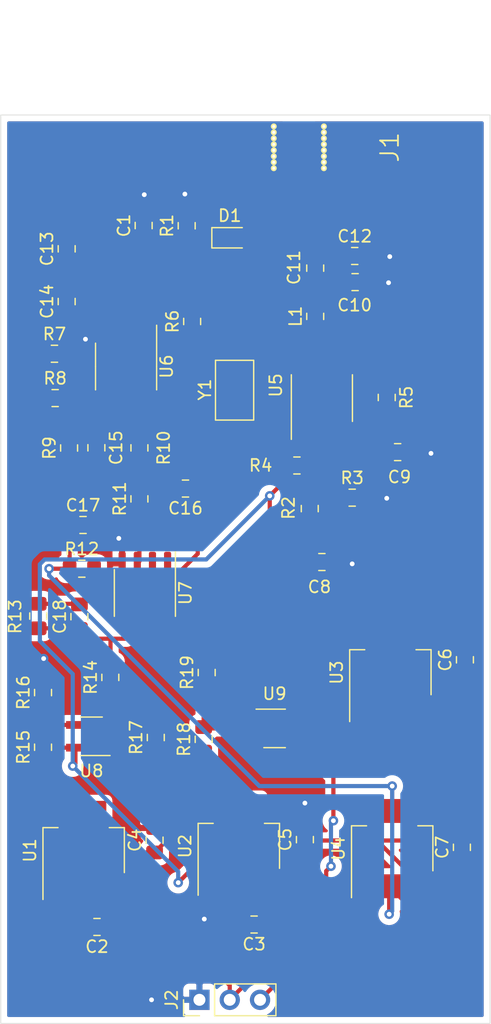
<source format=kicad_pcb>
(kicad_pcb (version 20171130) (host pcbnew "(5.1.2)-2")
  (layers (0 F.Cu signal) (31 B.Cu signal hide) (34 B.Paste user hide) (35 F.Paste user hide) (36 B.SilkS user hide) (37 F.SilkS user) (38 B.Mask user hide) (39 F.Mask user hide) (44 Edge.Cuts user))
  (net 0 "")
  (net 1 GND)
  (net 2 /Bandpass/IN)
  (net 3 /VBAT)
  (net 4 "Net-(C4-Pad1)")
  (net 5 /5V)
  (net 6 /3.3V)
  (net 7 /2.5V)
  (net 8 "Net-(C8-Pad1)")
  (net 9 "Net-(C9-Pad1)")
  (net 10 "Net-(C10-Pad1)")
  (net 11 /Oscillator/RF_OUT)
  (net 12 "Net-(C13-Pad1)")
  (net 13 "Net-(C14-Pad1)")
  (net 14 "Net-(C15-Pad1)")
  (net 15 "Net-(C15-Pad2)")
  (net 16 /ADC/IN)
  (net 17 "Net-(C16-Pad2)")
  (net 18 "Net-(C17-Pad2)")
  (net 19 /ADC/OUT)
  (net 20 "Net-(L1-Pad1)")
  (net 21 "Net-(R2-Pad1)")
  (net 22 "Net-(R5-Pad1)")
  (net 23 "Net-(R14-Pad1)")
  (net 24 "Net-(R15-Pad2)")
  (net 25 "Net-(R17-Pad1)")
  (net 26 "Net-(R18-Pad2)")
  (net 27 "Net-(C18-Pad2)")
  (module Capacitor_SMD:C_0805_2012Metric_Pad1.15x1.40mm_HandSolder (layer F.Cu) (at 83.9724 86.2494 90)
    (fp_text reference C1 (at 0 -1.65 90) (layer F.SilkS))
    (fp_text value C)
    (pad 2 smd roundrect (at 1.025 0 90) (size 1.15 1.4) (layers F.Cu F.Paste F.Mask) (roundrect_rratio 0.217391) (net 1 GND))
    (pad 1 smd roundrect (at -1.025 0 90) (size 1.15 1.4) (layers F.Cu F.Paste F.Mask) (roundrect_rratio 0.217391) (net 2 /Bandpass/IN))
  )
  (module Capacitor_SMD:C_0805_2012Metric_Pad1.15x1.40mm_HandSolder (layer F.Cu) (at 80.0608 144.9324 180)
    (fp_text reference C2 (at 0 -1.65) (layer F.SilkS))
    (fp_text value 10u)
    (pad 1 smd roundrect (at -1.025 0 180) (size 1.15 1.4) (layers F.Cu F.Paste F.Mask) (roundrect_rratio 0.217391) (net 3 /VBAT))
    (pad 2 smd roundrect (at 1.025 0 180) (size 1.15 1.4) (layers F.Cu F.Paste F.Mask) (roundrect_rratio 0.217391) (net 1 GND))
  )
  (module Capacitor_SMD:C_0805_2012Metric_Pad1.15x1.40mm_HandSolder (layer F.Cu) (at 93.227 144.7292 180)
    (fp_text reference C3 (at 0 -1.65) (layer F.SilkS))
    (fp_text value 10u)
    (pad 2 smd roundrect (at 1.025 0 180) (size 1.15 1.4) (layers F.Cu F.Paste F.Mask) (roundrect_rratio 0.217391) (net 1 GND))
    (pad 1 smd roundrect (at -1.025 0 180) (size 1.15 1.4) (layers F.Cu F.Paste F.Mask) (roundrect_rratio 0.217391) (net 3 /VBAT))
  )
  (module Capacitor_SMD:C_0805_2012Metric_Pad1.15x1.40mm_HandSolder (layer F.Cu) (at 84.8868 137.677 90)
    (fp_text reference C4 (at 0 -1.65 90) (layer F.SilkS))
    (fp_text value 22u)
    (pad 2 smd roundrect (at 1.025 0 90) (size 1.15 1.4) (layers F.Cu F.Paste F.Mask) (roundrect_rratio 0.217391) (net 1 GND))
    (pad 1 smd roundrect (at -1.025 0 90) (size 1.15 1.4) (layers F.Cu F.Paste F.Mask) (roundrect_rratio 0.217391) (net 4 "Net-(C4-Pad1)"))
  )
  (module Capacitor_SMD:C_0805_2012Metric_Pad1.15x1.40mm_HandSolder (layer F.Cu) (at 97.4852 137.6262 90)
    (fp_text reference C5 (at 0 -1.65 90) (layer F.SilkS))
    (fp_text value 22u)
    (pad 1 smd roundrect (at -1.025 0 90) (size 1.15 1.4) (layers F.Cu F.Paste F.Mask) (roundrect_rratio 0.217391) (net 5 /5V))
    (pad 2 smd roundrect (at 1.025 0 90) (size 1.15 1.4) (layers F.Cu F.Paste F.Mask) (roundrect_rratio 0.217391) (net 1 GND))
  )
  (module Capacitor_SMD:C_0805_2012Metric_Pad1.15x1.40mm_HandSolder (layer F.Cu) (at 110.8964 122.5804 90)
    (fp_text reference C6 (at 0 -1.65 90) (layer F.SilkS))
    (fp_text value 22u)
    (pad 1 smd roundrect (at -1.025 0 90) (size 1.15 1.4) (layers F.Cu F.Paste F.Mask) (roundrect_rratio 0.217391) (net 6 /3.3V))
    (pad 2 smd roundrect (at 1.025 0 90) (size 1.15 1.4) (layers F.Cu F.Paste F.Mask) (roundrect_rratio 0.217391) (net 1 GND))
  )
  (module Capacitor_SMD:C_0805_2012Metric_Pad1.15x1.40mm_HandSolder (layer F.Cu) (at 110.6424 138.2686 90)
    (fp_text reference C7 (at 0 -1.65 90) (layer F.SilkS))
    (fp_text value 1u)
    (pad 2 smd roundrect (at 1.025 0 90) (size 1.15 1.4) (layers F.Cu F.Paste F.Mask) (roundrect_rratio 0.217391) (net 1 GND))
    (pad 1 smd roundrect (at -1.025 0 90) (size 1.15 1.4) (layers F.Cu F.Paste F.Mask) (roundrect_rratio 0.217391) (net 7 /2.5V))
  )
  (module Capacitor_SMD:C_0805_2012Metric_Pad1.15x1.40mm_HandSolder (layer F.Cu) (at 98.9076 114.4016)
    (fp_text reference C8 (at -0.2032 2.0828) (layer F.SilkS))
    (fp_text value 820p)
    (pad 1 smd roundrect (at -1.025 0) (size 1.15 1.4) (layers F.Cu F.Paste F.Mask) (roundrect_rratio 0.217391) (net 8 "Net-(C8-Pad1)"))
    (pad 2 smd roundrect (at 1.025 0) (size 1.15 1.4) (layers F.Cu F.Paste F.Mask) (roundrect_rratio 0.217391) (net 1 GND))
  )
  (module Capacitor_SMD:C_0805_2012Metric_Pad1.15x1.40mm_HandSolder (layer F.Cu) (at 105.2576 105.2068)
    (fp_text reference C9 (at 0.1524 2.0828) (layer F.SilkS))
    (fp_text value 200pf)
    (pad 2 smd roundrect (at 1.025 0) (size 1.15 1.4) (layers F.Cu F.Paste F.Mask) (roundrect_rratio 0.217391) (net 1 GND))
    (pad 1 smd roundrect (at -1.025 0) (size 1.15 1.4) (layers F.Cu F.Paste F.Mask) (roundrect_rratio 0.217391) (net 9 "Net-(C9-Pad1)"))
  )
  (module Capacitor_SMD:C_0805_2012Metric_Pad1.15x1.40mm_HandSolder (layer F.Cu) (at 101.6926 90.9828)
    (fp_text reference C10 (at -0.0418 1.9304) (layer F.SilkS))
    (fp_text value C)
    (pad 1 smd roundrect (at -1.025 0) (size 1.15 1.4) (layers F.Cu F.Paste F.Mask) (roundrect_rratio 0.217391) (net 10 "Net-(C10-Pad1)"))
    (pad 2 smd roundrect (at 1.025 0) (size 1.15 1.4) (layers F.Cu F.Paste F.Mask) (roundrect_rratio 0.217391) (net 1 GND))
  )
  (module Capacitor_SMD:C_0805_2012Metric_Pad1.15x1.40mm_HandSolder (layer F.Cu) (at 98.3488 89.8144 270)
    (fp_text reference C11 (at -0.0508 1.778 90) (layer F.SilkS))
    (fp_text value C)
    (pad 2 smd roundrect (at 1.025 0 270) (size 1.15 1.4) (layers F.Cu F.Paste F.Mask) (roundrect_rratio 0.217391) (net 10 "Net-(C10-Pad1)"))
    (pad 1 smd roundrect (at -1.025 0 270) (size 1.15 1.4) (layers F.Cu F.Paste F.Mask) (roundrect_rratio 0.217391) (net 11 /Oscillator/RF_OUT))
  )
  (module Capacitor_SMD:C_0805_2012Metric_Pad1.15x1.40mm_HandSolder (layer F.Cu) (at 101.6598 88.7984)
    (fp_text reference C12 (at 0 -1.65) (layer F.SilkS))
    (fp_text value C)
    (pad 2 smd roundrect (at 1.025 0) (size 1.15 1.4) (layers F.Cu F.Paste F.Mask) (roundrect_rratio 0.217391) (net 1 GND))
    (pad 1 smd roundrect (at -1.025 0) (size 1.15 1.4) (layers F.Cu F.Paste F.Mask) (roundrect_rratio 0.217391) (net 11 /Oscillator/RF_OUT))
  )
  (module Capacitor_SMD:C_0805_2012Metric_Pad1.15x1.40mm_HandSolder (layer F.Cu) (at 77.5208 88.1978 90)
    (fp_text reference C13 (at 0 -1.65 90) (layer F.SilkS))
    (fp_text value C)
    (pad 1 smd roundrect (at -1.025 0 90) (size 1.15 1.4) (layers F.Cu F.Paste F.Mask) (roundrect_rratio 0.217391) (net 12 "Net-(C13-Pad1)"))
    (pad 2 smd roundrect (at 1.025 0 90) (size 1.15 1.4) (layers F.Cu F.Paste F.Mask) (roundrect_rratio 0.217391) (net 2 /Bandpass/IN))
  )
  (module Capacitor_SMD:C_0805_2012Metric_Pad1.15x1.40mm_HandSolder (layer F.Cu) (at 77.5208 92.6084 90)
    (fp_text reference C14 (at 0 -1.65 90) (layer F.SilkS))
    (fp_text value C)
    (pad 2 smd roundrect (at 1.025 0 90) (size 1.15 1.4) (layers F.Cu F.Paste F.Mask) (roundrect_rratio 0.217391) (net 12 "Net-(C13-Pad1)"))
    (pad 1 smd roundrect (at -1.025 0 90) (size 1.15 1.4) (layers F.Cu F.Paste F.Mask) (roundrect_rratio 0.217391) (net 13 "Net-(C14-Pad1)"))
  )
  (module Capacitor_SMD:C_0805_2012Metric_Pad1.15x1.40mm_HandSolder (layer F.Cu) (at 80.01 104.8422 270)
    (fp_text reference C15 (at 0 -1.65 90) (layer F.SilkS))
    (fp_text value C)
    (pad 1 smd roundrect (at -1.025 0 270) (size 1.15 1.4) (layers F.Cu F.Paste F.Mask) (roundrect_rratio 0.217391) (net 14 "Net-(C15-Pad1)"))
    (pad 2 smd roundrect (at 1.025 0 270) (size 1.15 1.4) (layers F.Cu F.Paste F.Mask) (roundrect_rratio 0.217391) (net 15 "Net-(C15-Pad2)"))
  )
  (module Capacitor_SMD:C_0805_2012Metric_Pad1.15x1.40mm_HandSolder (layer F.Cu) (at 87.4776 108.2548 180)
    (fp_text reference C16 (at 0 -1.65) (layer F.SilkS))
    (fp_text value C)
    (pad 1 smd roundrect (at -1.025 0 180) (size 1.15 1.4) (layers F.Cu F.Paste F.Mask) (roundrect_rratio 0.217391) (net 16 /ADC/IN))
    (pad 2 smd roundrect (at 1.025 0 180) (size 1.15 1.4) (layers F.Cu F.Paste F.Mask) (roundrect_rratio 0.217391) (net 17 "Net-(C16-Pad2)"))
  )
  (module Capacitor_SMD:C_0805_2012Metric_Pad1.15x1.40mm_HandSolder (layer F.Cu) (at 78.8924 111.3028)
    (fp_text reference C17 (at 0 -1.65) (layer F.SilkS))
    (fp_text value C)
    (pad 2 smd roundrect (at 1.025 0) (size 1.15 1.4) (layers F.Cu F.Paste F.Mask) (roundrect_rratio 0.217391) (net 18 "Net-(C17-Pad2)"))
    (pad 1 smd roundrect (at -1.025 0) (size 1.15 1.4) (layers F.Cu F.Paste F.Mask) (roundrect_rratio 0.217391) (net 7 /2.5V))
  )
  (module Capacitor_SMD:C_0805_2012Metric_Pad1.15x1.40mm_HandSolder (layer F.Cu) (at 78.5876 118.9736 90)
    (fp_text reference C18 (at 0 -1.65 90) (layer F.SilkS))
    (fp_text value C)
    (pad 1 smd roundrect (at -1.025 0 90) (size 1.15 1.4) (layers F.Cu F.Paste F.Mask) (roundrect_rratio 0.217391) (net 16 /ADC/IN))
    (pad 2 smd roundrect (at 1.025 0 90) (size 1.15 1.4) (layers F.Cu F.Paste F.Mask) (roundrect_rratio 0.217391) (net 27 "Net-(C18-Pad2)"))
  )
  (module WBS:CONSMA003.062 (layer F.Cu) (at 96.9772 79.7052 90)
    (fp_text reference J1 (at 0 7.62 90) (layer F.SilkS) (effects (font (size 1.5 1.5))))
    (fp_text value Conn_Coaxial hide)
    (pad 1 smd rect (at 0 0 90) (size 4.06 1.52) (layers F.Cu F.Mask) (net 11 /Oscillator/RF_OUT))
    (pad 2 smd rect (at 0 -2.54 90) (size 4.06 1.52) (layers F.Cu F.Mask) (net 1 GND) (thermal_gap 0.3))
    (pad 2 smd rect (at 0 2.54 90) (size 4.06 1.52) (layers F.Cu F.Mask) (net 1 GND) (thermal_gap 0.3))
    (pad 2 smd rect (at 0 -2.54 90) (size 4.06 1.52) (layers B.Cu B.Mask) (net 1 GND) (thermal_gap 0.3))
    (pad 2 smd rect (at 0 2.54 90) (size 4.06 1.52) (layers B.Cu B.Mask) (net 1 GND) (thermal_gap 0.3))
    (pad 2 thru_hole circle (at 1.75 -2.1 90) (size 0.5 0.5) (drill 0.25) (layers *.Cu *.Mask F.SilkS) (net 1 GND))
    (pad 2 thru_hole circle (at 1.25 -2.1 90) (size 0.5 0.5) (drill 0.25) (layers *.Cu *.Mask F.SilkS) (net 1 GND))
    (pad 2 thru_hole circle (at 0.75 -2.1 90) (size 0.5 0.5) (drill 0.25) (layers *.Cu *.Mask F.SilkS) (net 1 GND))
    (pad 2 thru_hole circle (at 0.25 -2.1 90) (size 0.5 0.5) (drill 0.25) (layers *.Cu *.Mask F.SilkS) (net 1 GND))
    (pad 2 thru_hole circle (at -0.25 -2.1 90) (size 0.5 0.5) (drill 0.25) (layers *.Cu *.Mask F.SilkS) (net 1 GND))
    (pad 2 thru_hole circle (at -0.75 -2.1 90) (size 0.5 0.5) (drill 0.25) (layers *.Cu *.Mask F.SilkS) (net 1 GND))
    (pad 2 thru_hole circle (at -1.25 -2.1 90) (size 0.5 0.5) (drill 0.25) (layers *.Cu *.Mask F.SilkS) (net 1 GND))
    (pad 2 thru_hole circle (at -1.75 -2.1 90) (size 0.5 0.5) (drill 0.25) (layers *.Cu *.Mask F.SilkS) (net 1 GND))
    (pad 2 thru_hole circle (at 1.75 2.1 90) (size 0.5 0.5) (drill 0.25) (layers *.Cu *.Mask F.SilkS) (net 1 GND))
    (pad 2 thru_hole circle (at 1.25 2.1 90) (size 0.5 0.5) (drill 0.25) (layers *.Cu *.Mask F.SilkS) (net 1 GND))
    (pad 2 thru_hole circle (at 0.75 2.1 90) (size 0.5 0.5) (drill 0.25) (layers *.Cu *.Mask F.SilkS) (net 1 GND))
    (pad 2 thru_hole circle (at 0.25 2.1 90) (size 0.5 0.5) (drill 0.25) (layers *.Cu *.Mask F.SilkS) (net 1 GND))
    (pad 2 thru_hole circle (at -0.25 2.1 90) (size 0.5 0.5) (drill 0.25) (layers *.Cu *.Mask F.SilkS) (net 1 GND))
    (pad 2 thru_hole circle (at -0.75 2.1 90) (size 0.5 0.5) (drill 0.25) (layers *.Cu *.Mask F.SilkS) (net 1 GND))
    (pad 2 thru_hole circle (at -1.25 2.1 90) (size 0.5 0.5) (drill 0.25) (layers *.Cu *.Mask F.SilkS) (net 1 GND))
    (pad 2 thru_hole circle (at -1.75 2.1 90) (size 0.5 0.5) (drill 0.25) (layers *.Cu *.Mask F.SilkS) (net 1 GND))
  )
  (module Inductor_SMD:L_0805_2012Metric (layer F.Cu) (at 98.3488 93.8507 90)
    (fp_text reference L1 (at 0 -1.65 90) (layer F.SilkS))
    (fp_text value L)
    (pad 1 smd roundrect (at -0.9375 0 90) (size 0.975 1.4) (layers F.Cu F.Paste F.Mask) (net 20 "Net-(L1-Pad1)"))
    (pad 2 smd roundrect (at 0.9375 0 90) (size 0.975 1.4) (layers F.Cu F.Paste F.Mask) (net 10 "Net-(C10-Pad1)"))
  )
  (module Resistor_SMD:R_0805_2012Metric_Pad1.15x1.40mm_HandSolder (layer F.Cu) (at 87.5792 86.2674 90)
    (fp_text reference R1 (at 0 -1.65 90) (layer F.SilkS))
    (fp_text value R)
    (pad 2 smd roundrect (at 1.025 0 90) (size 1.15 1.4) (layers F.Cu F.Paste F.Mask) (roundrect_rratio 0.217391) (net 1 GND))
    (pad 1 smd roundrect (at -1.025 0 90) (size 1.15 1.4) (layers F.Cu F.Paste F.Mask) (roundrect_rratio 0.217391) (net 2 /Bandpass/IN))
  )
  (module Resistor_SMD:R_0805_2012Metric_Pad1.15x1.40mm_HandSolder (layer F.Cu) (at 97.8916 109.9312 270)
    (fp_text reference R2 (at -0.0508 1.778 90) (layer F.SilkS))
    (fp_text value 22)
    (pad 1 smd roundrect (at -1.025 0 270) (size 1.15 1.4) (layers F.Cu F.Paste F.Mask) (roundrect_rratio 0.217391) (net 21 "Net-(R2-Pad1)"))
    (pad 2 smd roundrect (at 1.025 0 270) (size 1.15 1.4) (layers F.Cu F.Paste F.Mask) (roundrect_rratio 0.217391) (net 8 "Net-(C8-Pad1)"))
  )
  (module Resistor_SMD:R_0805_2012Metric_Pad1.15x1.40mm_HandSolder (layer F.Cu) (at 101.4476 109.0168)
    (fp_text reference R3 (at 0 -1.65) (layer F.SilkS))
    (fp_text value 2k)
    (pad 1 smd roundrect (at -1.025 0) (size 1.15 1.4) (layers F.Cu F.Paste F.Mask) (roundrect_rratio 0.217391) (net 21 "Net-(R2-Pad1)"))
    (pad 2 smd roundrect (at 1.025 0) (size 1.15 1.4) (layers F.Cu F.Paste F.Mask) (roundrect_rratio 0.217391) (net 1 GND))
  )
  (module Resistor_SMD:R_0805_2012Metric_Pad1.15x1.40mm_HandSolder (layer F.Cu) (at 96.8158 106.3244)
    (fp_text reference R4 (at -3.039 0) (layer F.SilkS))
    (fp_text value 2k)
    (pad 2 smd roundrect (at 1.025 0) (size 1.15 1.4) (layers F.Cu F.Paste F.Mask) (roundrect_rratio 0.217391) (net 21 "Net-(R2-Pad1)"))
    (pad 1 smd roundrect (at -1.025 0) (size 1.15 1.4) (layers F.Cu F.Paste F.Mask) (roundrect_rratio 0.217391) (net 5 /5V))
  )
  (module Resistor_SMD:R_0805_2012Metric_Pad1.15x1.40mm_HandSolder (layer F.Cu) (at 104.3432 100.6348 270)
    (fp_text reference R5 (at 0 -1.65 90) (layer F.SilkS))
    (fp_text value 2k)
    (pad 2 smd roundrect (at 1.025 0 270) (size 1.15 1.4) (layers F.Cu F.Paste F.Mask) (roundrect_rratio 0.217391) (net 9 "Net-(C9-Pad1)"))
    (pad 1 smd roundrect (at -1.025 0 270) (size 1.15 1.4) (layers F.Cu F.Paste F.Mask) (roundrect_rratio 0.217391) (net 22 "Net-(R5-Pad1)"))
  )
  (module Resistor_SMD:R_0805_2012Metric_Pad1.15x1.40mm_HandSolder (layer F.Cu) (at 88.0364 94.2758 90)
    (fp_text reference R6 (at 0 -1.65 90) (layer F.SilkS))
    (fp_text value R)
    (pad 1 smd roundrect (at -1.025 0 90) (size 1.15 1.4) (layers F.Cu F.Paste F.Mask) (roundrect_rratio 0.217391) (net 14 "Net-(C15-Pad1)"))
    (pad 2 smd roundrect (at 1.025 0 90) (size 1.15 1.4) (layers F.Cu F.Paste F.Mask) (roundrect_rratio 0.217391) (net 12 "Net-(C13-Pad1)"))
  )
  (module Resistor_SMD:R_0805_2012Metric_Pad1.15x1.40mm_HandSolder (layer F.Cu) (at 76.4958 96.9772)
    (fp_text reference R7 (at 0 -1.65) (layer F.SilkS))
    (fp_text value R)
    (pad 2 smd roundrect (at 1.025 0) (size 1.15 1.4) (layers F.Cu F.Paste F.Mask) (roundrect_rratio 0.217391) (net 13 "Net-(C14-Pad1)"))
    (pad 1 smd roundrect (at -1.025 0) (size 1.15 1.4) (layers F.Cu F.Paste F.Mask) (roundrect_rratio 0.217391) (net 7 /2.5V))
  )
  (module Resistor_SMD:R_0805_2012Metric_Pad1.15x1.40mm_HandSolder (layer F.Cu) (at 76.5556 100.6856)
    (fp_text reference R8 (at 0 -1.65) (layer F.SilkS))
    (fp_text value R)
    (pad 1 smd roundrect (at -1.025 0) (size 1.15 1.4) (layers F.Cu F.Paste F.Mask) (roundrect_rratio 0.217391) (net 7 /2.5V))
    (pad 2 smd roundrect (at 1.025 0) (size 1.15 1.4) (layers F.Cu F.Paste F.Mask) (roundrect_rratio 0.217391) (net 15 "Net-(C15-Pad2)"))
  )
  (module Resistor_SMD:R_0805_2012Metric_Pad1.15x1.40mm_HandSolder (layer F.Cu) (at 77.724 104.8602 90)
    (fp_text reference R9 (at 0 -1.65 90) (layer F.SilkS))
    (fp_text value R)
    (pad 2 smd roundrect (at 1.025 0 90) (size 1.15 1.4) (layers F.Cu F.Paste F.Mask) (roundrect_rratio 0.217391) (net 14 "Net-(C15-Pad1)"))
    (pad 1 smd roundrect (at -1.025 0 90) (size 1.15 1.4) (layers F.Cu F.Paste F.Mask) (roundrect_rratio 0.217391) (net 15 "Net-(C15-Pad2)"))
  )
  (module Resistor_SMD:R_0805_2012Metric_Pad1.15x1.40mm_HandSolder (layer F.Cu) (at 83.6168 104.8512 90)
    (fp_text reference R10 (at 0 2.032 90) (layer F.SilkS))
    (fp_text value R)
    (pad 2 smd roundrect (at 1.025 0 90) (size 1.15 1.4) (layers F.Cu F.Paste F.Mask) (roundrect_rratio 0.217391) (net 14 "Net-(C15-Pad1)"))
    (pad 1 smd roundrect (at -1.025 0 90) (size 1.15 1.4) (layers F.Cu F.Paste F.Mask) (roundrect_rratio 0.217391) (net 17 "Net-(C16-Pad2)"))
  )
  (module Resistor_SMD:R_0805_2012Metric_Pad1.15x1.40mm_HandSolder (layer F.Cu) (at 83.6168 109.1184 90)
    (fp_text reference R11 (at 0 -1.65 90) (layer F.SilkS))
    (fp_text value R)
    (pad 1 smd roundrect (at -1.025 0 90) (size 1.15 1.4) (layers F.Cu F.Paste F.Mask) (roundrect_rratio 0.217391) (net 18 "Net-(C17-Pad2)"))
    (pad 2 smd roundrect (at 1.025 0 90) (size 1.15 1.4) (layers F.Cu F.Paste F.Mask) (roundrect_rratio 0.217391) (net 17 "Net-(C16-Pad2)"))
  )
  (module Resistor_SMD:R_0805_2012Metric_Pad1.15x1.40mm_HandSolder (layer F.Cu) (at 78.7908 114.9604)
    (fp_text reference R12 (at 0 -1.65) (layer F.SilkS))
    (fp_text value R)
    (pad 2 smd roundrect (at 1.025 0) (size 1.15 1.4) (layers F.Cu F.Paste F.Mask) (roundrect_rratio 0.217391) (net 27 "Net-(C18-Pad2)"))
    (pad 1 smd roundrect (at -1.025 0) (size 1.15 1.4) (layers F.Cu F.Paste F.Mask) (roundrect_rratio 0.217391) (net 7 /2.5V))
  )
  (module Resistor_SMD:R_0805_2012Metric_Pad1.15x1.40mm_HandSolder (layer F.Cu) (at 75.1332 118.9228 270)
    (fp_text reference R13 (at 0.0508 1.9304 90) (layer F.SilkS))
    (fp_text value R)
    (pad 1 smd roundrect (at -1.025 0 270) (size 1.15 1.4) (layers F.Cu F.Paste F.Mask) (roundrect_rratio 0.217391) (net 27 "Net-(C18-Pad2)"))
    (pad 2 smd roundrect (at 1.025 0 270) (size 1.15 1.4) (layers F.Cu F.Paste F.Mask) (roundrect_rratio 0.217391) (net 16 /ADC/IN))
  )
  (module Resistor_SMD:R_0805_2012Metric_Pad1.15x1.40mm_HandSolder (layer F.Cu) (at 81.1784 124.0536 90)
    (fp_text reference R14 (at 0 -1.65 90) (layer F.SilkS))
    (fp_text value R)
    (pad 2 smd roundrect (at 1.025 0 90) (size 1.15 1.4) (layers F.Cu F.Paste F.Mask) (roundrect_rratio 0.217391) (net 16 /ADC/IN))
    (pad 1 smd roundrect (at -1.025 0 90) (size 1.15 1.4) (layers F.Cu F.Paste F.Mask) (roundrect_rratio 0.217391) (net 23 "Net-(R14-Pad1)"))
  )
  (module Resistor_SMD:R_0805_2012Metric_Pad1.15x1.40mm_HandSolder (layer F.Cu) (at 75.5396 129.8956 90)
    (fp_text reference R15 (at 0 -1.65 90) (layer F.SilkS))
    (fp_text value R)
    (pad 1 smd roundrect (at -1.025 0 90) (size 1.15 1.4) (layers F.Cu F.Paste F.Mask) (roundrect_rratio 0.217391) (net 5 /5V))
    (pad 2 smd roundrect (at 1.025 0 90) (size 1.15 1.4) (layers F.Cu F.Paste F.Mask) (roundrect_rratio 0.217391) (net 24 "Net-(R15-Pad2)"))
  )
  (module Resistor_SMD:R_0805_2012Metric_Pad1.15x1.40mm_HandSolder (layer F.Cu) (at 75.5396 125.3236 90)
    (fp_text reference R16 (at 0 -1.65 90) (layer F.SilkS))
    (fp_text value R)
    (pad 2 smd roundrect (at 1.025 0 90) (size 1.15 1.4) (layers F.Cu F.Paste F.Mask) (roundrect_rratio 0.217391) (net 1 GND))
    (pad 1 smd roundrect (at -1.025 0 90) (size 1.15 1.4) (layers F.Cu F.Paste F.Mask) (roundrect_rratio 0.217391) (net 24 "Net-(R15-Pad2)"))
  )
  (module Resistor_SMD:R_0805_2012Metric_Pad1.15x1.40mm_HandSolder (layer F.Cu) (at 84.9884 129.0828 90)
    (fp_text reference R17 (at 0 -1.65 90) (layer F.SilkS))
    (fp_text value R)
    (pad 1 smd roundrect (at -1.025 0 90) (size 1.15 1.4) (layers F.Cu F.Paste F.Mask) (roundrect_rratio 0.217391) (net 25 "Net-(R17-Pad1)"))
    (pad 2 smd roundrect (at 1.025 0 90) (size 1.15 1.4) (layers F.Cu F.Paste F.Mask) (roundrect_rratio 0.217391) (net 23 "Net-(R14-Pad1)"))
  )
  (module Resistor_SMD:R_0805_2012Metric_Pad1.15x1.40mm_HandSolder (layer F.Cu) (at 89.0016 129.2352 90)
    (fp_text reference R18 (at 0 -1.65 90) (layer F.SilkS))
    (fp_text value R)
    (pad 1 smd roundrect (at -1.025 0 90) (size 1.15 1.4) (layers F.Cu F.Paste F.Mask) (roundrect_rratio 0.217391) (net 25 "Net-(R17-Pad1)"))
    (pad 2 smd roundrect (at 1.025 0 90) (size 1.15 1.4) (layers F.Cu F.Paste F.Mask) (roundrect_rratio 0.217391) (net 26 "Net-(R18-Pad2)"))
  )
  (module Resistor_SMD:R_0805_2012Metric_Pad1.15x1.40mm_HandSolder (layer F.Cu) (at 89.2556 123.6472 90)
    (fp_text reference R19 (at 0 -1.65 90) (layer F.SilkS))
    (fp_text value R)
    (pad 1 smd roundrect (at -1.025 0 90) (size 1.15 1.4) (layers F.Cu F.Paste F.Mask) (roundrect_rratio 0.217391) (net 26 "Net-(R18-Pad2)"))
    (pad 2 smd roundrect (at 1.025 0 90) (size 1.15 1.4) (layers F.Cu F.Paste F.Mask) (roundrect_rratio 0.217391) (net 1 GND))
  )
  (module Package_TO_SOT_SMD:SOT-223 (layer F.Cu) (at 78.9432 138.5316 90)
    (fp_text reference U1 (at 0 -4.5 90) (layer F.SilkS))
    (fp_text value LT1117-5.0)
    (pad 4 smd rect (at 3.15 0 90) (size 2 3.8) (layers F.Cu F.Paste F.Mask))
    (pad 2 smd rect (at -3.15 0 90) (size 2 1.5) (layers F.Cu F.Paste F.Mask) (net 4 "Net-(C4-Pad1)"))
    (pad 3 smd rect (at -3.15 2.3 90) (size 2 1.5) (layers F.Cu F.Paste F.Mask) (net 3 /VBAT))
    (pad 1 smd rect (at -3.15 -2.3 90) (size 2 1.5) (layers F.Cu F.Paste F.Mask) (net 1 GND))
  )
  (module Package_TO_SOT_SMD:SOT-223 (layer F.Cu) (at 91.948 138.176 90)
    (fp_text reference U2 (at 0 -4.5 90) (layer F.SilkS))
    (fp_text value LT1117-5.0)
    (pad 4 smd rect (at 3.15 0 90) (size 2 3.8) (layers F.Cu F.Paste F.Mask))
    (pad 2 smd rect (at -3.15 0 90) (size 2 1.5) (layers F.Cu F.Paste F.Mask) (net 5 /5V))
    (pad 3 smd rect (at -3.15 2.3 90) (size 2 1.5) (layers F.Cu F.Paste F.Mask) (net 3 /VBAT))
    (pad 1 smd rect (at -3.15 -2.3 90) (size 2 1.5) (layers F.Cu F.Paste F.Mask) (net 1 GND))
  )
  (module Package_TO_SOT_SMD:SOT-223 (layer F.Cu) (at 104.648 123.6472 90)
    (fp_text reference U3 (at 0 -4.5 90) (layer F.SilkS))
    (fp_text value LT1117-3.3)
    (pad 1 smd rect (at -3.15 -2.3 90) (size 2 1.5) (layers F.Cu F.Paste F.Mask) (net 1 GND))
    (pad 3 smd rect (at -3.15 2.3 90) (size 2 1.5) (layers F.Cu F.Paste F.Mask) (net 4 "Net-(C4-Pad1)"))
    (pad 2 smd rect (at -3.15 0 90) (size 2 1.5) (layers F.Cu F.Paste F.Mask) (net 6 /3.3V))
    (pad 4 smd rect (at 3.15 0 90) (size 2 3.8) (layers F.Cu F.Paste F.Mask))
  )
  (module Package_TO_SOT_SMD:SOT-223-3_TabPin2 (layer F.Cu) (at 104.8004 138.3792 90)
    (fp_text reference U4 (at 0 -4.5 90) (layer F.SilkS))
    (fp_text value NCP1117-2.5_SOT223)
    (pad 2 smd rect (at 3.15 0 90) (size 2 3.8) (layers F.Cu F.Paste F.Mask) (net 7 /2.5V))
    (pad 2 smd rect (at -3.15 0 90) (size 2 1.5) (layers F.Cu F.Paste F.Mask) (net 7 /2.5V))
    (pad 3 smd rect (at -3.15 2.3 90) (size 2 1.5) (layers F.Cu F.Paste F.Mask) (net 4 "Net-(C4-Pad1)"))
    (pad 1 smd rect (at -3.15 -2.3 90) (size 2 1.5) (layers F.Cu F.Paste F.Mask) (net 1 GND))
  )
  (module Package_SO:SO-8_3.9x4.9mm_P1.27mm (layer F.Cu) (at 98.9076 100.6856 90)
    (fp_text reference U5 (at 1.0668 -3.8608 90) (layer F.SilkS))
    (fp_text value LT1016)
    (pad 1 smd roundrect (at -2.575 -1.905 90) (size 1.75 0.6) (layers F.Cu F.Paste F.Mask) (net 5 /5V))
    (pad 2 smd roundrect (at -2.575 -0.635 90) (size 1.75 0.6) (layers F.Cu F.Paste F.Mask) (net 21 "Net-(R2-Pad1)"))
    (pad 3 smd roundrect (at -2.575 0.635 90) (size 1.75 0.6) (layers F.Cu F.Paste F.Mask) (net 9 "Net-(C9-Pad1)"))
    (pad 4 smd roundrect (at -2.575 1.905 90) (size 1.75 0.6) (layers F.Cu F.Paste F.Mask) (net 1 GND))
    (pad 5 smd roundrect (at 2.575 1.905 90) (size 1.75 0.6) (layers F.Cu F.Paste F.Mask) (net 1 GND))
    (pad 6 smd roundrect (at 2.575 0.635 90) (size 1.75 0.6) (layers F.Cu F.Paste F.Mask) (net 1 GND))
    (pad 7 smd roundrect (at 2.575 -0.635 90) (size 1.75 0.6) (layers F.Cu F.Paste F.Mask) (net 20 "Net-(L1-Pad1)"))
    (pad 8 smd roundrect (at 2.575 -1.905 90) (size 1.75 0.6) (layers F.Cu F.Paste F.Mask) (net 22 "Net-(R5-Pad1)"))
  )
  (module Package_SO:SOIC-8_3.9x4.9mm_P1.27mm (layer F.Cu) (at 82.4992 98.044 270)
    (fp_text reference U6 (at 0 -3.4 90) (layer F.SilkS))
    (fp_text value OPA350)
    (pad 8 smd roundrect (at 2.475 -1.905 270) (size 1.95 0.6) (layers F.Cu F.Paste F.Mask))
    (pad 7 smd roundrect (at 2.475 -0.635 270) (size 1.95 0.6) (layers F.Cu F.Paste F.Mask) (net 5 /5V))
    (pad 6 smd roundrect (at 2.475 0.635 270) (size 1.95 0.6) (layers F.Cu F.Paste F.Mask) (net 14 "Net-(C15-Pad1)"))
    (pad 5 smd roundrect (at 2.475 1.905 270) (size 1.95 0.6) (layers F.Cu F.Paste F.Mask))
    (pad 4 smd roundrect (at -2.475 1.905 270) (size 1.95 0.6) (layers F.Cu F.Paste F.Mask) (net 1 GND))
    (pad 3 smd roundrect (at -2.475 0.635 270) (size 1.95 0.6) (layers F.Cu F.Paste F.Mask) (net 13 "Net-(C14-Pad1)"))
    (pad 2 smd roundrect (at -2.475 -0.635 270) (size 1.95 0.6) (layers F.Cu F.Paste F.Mask) (net 15 "Net-(C15-Pad2)"))
    (pad 1 smd roundrect (at -2.475 -1.905 270) (size 1.95 0.6) (layers F.Cu F.Paste F.Mask))
  )
  (module Package_SO:SOIC-8_3.9x4.9mm_P1.27mm (layer F.Cu) (at 84.074 116.9924 270)
    (fp_text reference U7 (at 0 -3.4 90) (layer F.SilkS))
    (fp_text value OPA350)
    (pad 1 smd roundrect (at -2.475 -1.905 270) (size 1.95 0.6) (layers F.Cu F.Paste F.Mask))
    (pad 2 smd roundrect (at -2.475 -0.635 270) (size 1.95 0.6) (layers F.Cu F.Paste F.Mask) (net 27 "Net-(C18-Pad2)"))
    (pad 3 smd roundrect (at -2.475 0.635 270) (size 1.95 0.6) (layers F.Cu F.Paste F.Mask) (net 18 "Net-(C17-Pad2)"))
    (pad 4 smd roundrect (at -2.475 1.905 270) (size 1.95 0.6) (layers F.Cu F.Paste F.Mask) (net 1 GND))
    (pad 5 smd roundrect (at 2.475 1.905 270) (size 1.95 0.6) (layers F.Cu F.Paste F.Mask))
    (pad 6 smd roundrect (at 2.475 0.635 270) (size 1.95 0.6) (layers F.Cu F.Paste F.Mask) (net 16 /ADC/IN))
    (pad 7 smd roundrect (at 2.475 -0.635 270) (size 1.95 0.6) (layers F.Cu F.Paste F.Mask) (net 5 /5V))
    (pad 8 smd roundrect (at 2.475 -1.905 270) (size 1.95 0.6) (layers F.Cu F.Paste F.Mask))
  )
  (module Package_TO_SOT_SMD:SOT-23-5_HandSoldering (layer F.Cu) (at 79.6036 128.9812 180)
    (fp_text reference U8 (at 0 -2.9) (layer F.SilkS))
    (fp_text value TLV3201)
    (pad 1 smd rect (at -1.35 -0.95 180) (size 1.56 0.65) (layers F.Cu F.Paste F.Mask) (net 25 "Net-(R17-Pad1)"))
    (pad 2 smd rect (at -1.35 0 180) (size 1.56 0.65) (layers F.Cu F.Paste F.Mask) (net 1 GND))
    (pad 3 smd rect (at -1.35 0.95 180) (size 1.56 0.65) (layers F.Cu F.Paste F.Mask) (net 23 "Net-(R14-Pad1)"))
    (pad 4 smd rect (at 1.35 0.95 180) (size 1.56 0.65) (layers F.Cu F.Paste F.Mask) (net 24 "Net-(R15-Pad2)"))
    (pad 5 smd rect (at 1.35 -0.95 180) (size 1.56 0.65) (layers F.Cu F.Paste F.Mask) (net 5 /5V))
  )
  (module Package_TO_SOT_SMD:SOT-23-5_HandSoldering (layer F.Cu) (at 94.9452 128.3208)
    (fp_text reference U9 (at 0 -2.9) (layer F.SilkS))
    (fp_text value SN74LVC1G04)
    (pad 5 smd rect (at 1.35 -0.95) (size 1.56 0.65) (layers F.Cu F.Paste F.Mask) (net 6 /3.3V))
    (pad 4 smd rect (at 1.35 0.95) (size 1.56 0.65) (layers F.Cu F.Paste F.Mask) (net 19 /ADC/OUT))
    (pad 3 smd rect (at -1.35 0.95) (size 1.56 0.65) (layers F.Cu F.Paste F.Mask) (net 1 GND))
    (pad 2 smd rect (at -1.35 0) (size 1.56 0.65) (layers F.Cu F.Paste F.Mask) (net 26 "Net-(R18-Pad2)"))
    (pad 1 smd rect (at -1.35 -0.95) (size 1.56 0.65) (layers F.Cu F.Paste F.Mask))
  )
  (module WBS:ECS-135.6-18-30-JEM-TR (layer F.Cu) (at 91.5924 100.0252 90)
    (fp_text reference Y1 (at 0.0508 -2.4892 90) (layer F.SilkS))
    (fp_text value "13.56 Mhz")
    (pad 1 smd rect (at -2.05 0 90) (size 1.9 2.4) (layers F.Cu F.Paste F.Mask) (net 21 "Net-(R2-Pad1)"))
    (pad 2 smd rect (at 2.05 0 90) (size 1.9 2.4) (layers F.Cu F.Paste F.Mask) (net 22 "Net-(R5-Pad1)"))
  )
  (module Connector_PinHeader_2.54mm:PinHeader_1x03_P2.54mm_Vertical (layer F.Cu) (at 88.646 151.0284 90)
    (fp_text reference J2 (at 0 -2.33 90) (layer F.SilkS))
    (fp_text value Conn_01x03_Male)
    (pad 1 thru_hole rect (at 0 0 90) (size 1.7 1.7) (drill 1) (layers *.Cu *.Mask) (net 1 GND))
    (pad 2 thru_hole oval (at 0 2.54 90) (size 1.7 1.7) (drill 1) (layers *.Cu *.Mask) (net 3 /VBAT))
    (pad 3 thru_hole oval (at 0 5.08 90) (size 1.7 1.7) (drill 1) (layers *.Cu *.Mask) (net 19 /ADC/OUT))
  )
  (module Diode_SMD:D_SOD-323F (layer F.Cu) (at 91.186 87.2744)
    (fp_text reference D1 (at 0 -1.85) (layer F.SilkS))
    (fp_text value D)
    (pad 1 smd rect (at -1.1 0) (size 0.5 0.5) (layers F.Cu F.Paste F.Mask) (net 2 /Bandpass/IN))
    (pad 2 smd rect (at 1.1 0) (size 0.5 0.5) (layers F.Cu F.Paste F.Mask) (net 11 /Oscillator/RF_OUT))
  )
  (gr_line (start 113 153) (end 113 77) (layer Edge.Cuts) (width 0.05))
  (gr_line (start 72 153) (end 113 153) (layer Edge.Cuts) (width 0.05))
  (gr_line (start 72 77) (end 72 153) (layer Edge.Cuts) (width 0.05))
  (gr_line (start 72 77) (end 113 77) (layer Edge.Cuts) (width 0.05))
  (segment (start 99.5426 98.1106) (end 100.8126 98.1106) (width 0.35) (layer F.Cu) (net 1))
  (segment (start 100.8126 103.2606) (end 100.8126 102.2856) (width 0.35) (layer F.Cu) (net 1))
  (via (at 81.8896 112.4204) (size 0.8) (drill 0.4) (layers F.Cu B.Cu) (net 1))
  (via (at 79.0956 95.758) (size 0.8) (drill 0.4) (layers F.Cu B.Cu) (net 1))
  (via (at 84.0232 83.6676) (size 0.8) (drill 0.4) (layers F.Cu B.Cu) (net 1))
  (via (at 87.4268 83.6168) (size 0.8) (drill 0.4) (layers F.Cu B.Cu) (net 1))
  (via (at 104.5972 88.8492) (size 0.8) (drill 0.4) (layers F.Cu B.Cu) (net 1))
  (via (at 104.4956 91.0336) (size 0.8) (drill 0.4) (layers F.Cu B.Cu) (net 1))
  (via (at 108.0516 105.3084) (size 0.8) (drill 0.4) (layers F.Cu B.Cu) (net 1))
  (via (at 101.4476 114.554) (size 0.8) (drill 0.4) (layers F.Cu B.Cu) (net 1))
  (via (at 104.3432 109.0676) (size 0.8) (drill 0.4) (layers F.Cu B.Cu) (net 1))
  (via (at 75.5904 122.4788) (size 0.8) (drill 0.4) (layers F.Cu B.Cu) (net 1))
  (segment (start 76.3396 124.2986) (end 75.5396 124.2986) (width 0.35) (layer F.Cu) (net 1))
  (segment (start 79.408601 127.367601) (end 76.3396 124.2986) (width 0.35) (layer F.Cu) (net 1))
  (segment (start 79.408601 128.266203) (end 79.408601 127.367601) (width 0.35) (layer F.Cu) (net 1))
  (segment (start 80.123598 128.9812) (end 79.408601 128.266203) (width 0.35) (layer F.Cu) (net 1))
  (segment (start 80.9536 128.9812) (end 80.123598 128.9812) (width 0.35) (layer F.Cu) (net 1))
  (segment (start 97.536 136.5504) (end 97.4852 136.6012) (width 0.35) (layer F.Cu) (net 1))
  (via (at 84.6328 151.0284) (size 0.8) (drill 0.4) (layers F.Cu B.Cu) (net 1))
  (segment (start 87.446 151.0284) (end 84.6328 151.0284) (width 0.35) (layer F.Cu) (net 1))
  (segment (start 88.646 151.0284) (end 87.446 151.0284) (width 0.35) (layer F.Cu) (net 1))
  (via (at 97.4852 134.5692) (size 0.8) (drill 0.4) (layers F.Cu B.Cu) (net 1))
  (segment (start 97.4852 136.6012) (end 97.4852 134.5692) (width 0.35) (layer F.Cu) (net 1))
  (segment (start 88.646 143.4084) (end 88.646 151.0284) (width 0.35) (layer B.Cu) (net 1))
  (segment (start 97.4852 134.5692) (end 88.646 143.4084) (width 0.35) (layer B.Cu) (net 1))
  (via (at 89.0524 144.272) (size 0.8) (drill 0.4) (layers F.Cu B.Cu) (net 1))
  (segment (start 87.5284 87.2744) (end 87.4776 87.3252) (width 0.35) (layer F.Cu) (net 2))
  (segment (start 90.161 87.2744) (end 87.5284 87.2744) (width 0.35) (layer F.Cu) (net 2))
  (segment (start 77.733 87.385) (end 77.5208 87.1728) (width 0.35) (layer F.Cu) (net 2))
  (segment (start 83.9904 87.2924) (end 83.9724 87.2744) (width 0.35) (layer F.Cu) (net 2))
  (segment (start 87.5792 87.2924) (end 83.9904 87.2924) (width 0.35) (layer F.Cu) (net 2))
  (segment (start 83.8708 87.1728) (end 83.9724 87.2744) (width 0.35) (layer F.Cu) (net 2))
  (segment (start 77.5208 87.1728) (end 83.8708 87.1728) (width 0.35) (layer F.Cu) (net 2))
  (segment (start 81.0858 141.839) (end 81.2432 141.6816) (width 0.35) (layer F.Cu) (net 3))
  (segment (start 81.0858 144.9324) (end 81.0858 141.839) (width 0.35) (layer F.Cu) (net 3))
  (segment (start 94.252 141.33) (end 94.248 141.326) (width 0.35) (layer F.Cu) (net 3))
  (segment (start 94.252 144.7292) (end 94.252 141.33) (width 0.35) (layer F.Cu) (net 3))
  (segment (start 86.292081 144.9324) (end 81.0858 144.9324) (width 0.35) (layer F.Cu) (net 3))
  (segment (start 91.186 151.0284) (end 91.186 149.826319) (width 0.35) (layer F.Cu) (net 3))
  (segment (start 91.186 149.826319) (end 86.292081 144.9324) (width 0.35) (layer F.Cu) (net 3))
  (segment (start 94.252 147.9624) (end 94.252 144.7292) (width 0.35) (layer F.Cu) (net 3))
  (segment (start 91.186 151.0284) (end 94.252 147.9624) (width 0.35) (layer F.Cu) (net 3))
  (segment (start 78.9432 141.4316) (end 78.9432 141.6816) (width 0.35) (layer F.Cu) (net 4))
  (segment (start 81.6728 138.702) (end 78.9432 141.4316) (width 0.35) (layer F.Cu) (net 4))
  (segment (start 84.8868 138.702) (end 81.6728 138.702) (width 0.35) (layer F.Cu) (net 4))
  (segment (start 85.510172 138.078628) (end 84.8868 138.702) (width 0.35) (layer F.Cu) (net 4))
  (segment (start 85.88761 137.70119) (end 85.510172 138.078628) (width 0.35) (layer F.Cu) (net 4))
  (segment (start 107.1004 141.2792) (end 103.52239 137.70119) (width 0.35) (layer F.Cu) (net 4))
  (segment (start 107.1004 141.5292) (end 107.1004 141.2792) (width 0.35) (layer F.Cu) (net 4))
  (segment (start 107.075401 136.529201) (end 105.903412 137.70119) (width 0.35) (layer F.Cu) (net 4))
  (segment (start 107.075401 128.274601) (end 107.075401 136.529201) (width 0.35) (layer F.Cu) (net 4))
  (segment (start 105.903412 137.70119) (end 103.09081 137.70119) (width 0.35) (layer F.Cu) (net 4))
  (segment (start 106.948 128.1472) (end 107.075401 128.274601) (width 0.35) (layer F.Cu) (net 4))
  (segment (start 106.948 126.7972) (end 106.948 128.1472) (width 0.35) (layer F.Cu) (net 4))
  (segment (start 103.52239 137.70119) (end 103.09081 137.70119) (width 0.35) (layer F.Cu) (net 4))
  (segment (start 103.09081 137.70119) (end 85.88761 137.70119) (width 0.35) (layer F.Cu) (net 4))
  (via (at 94.5388 108.8644) (size 0.8) (drill 0.4) (layers F.Cu B.Cu) (net 5))
  (segment (start 95.7908 104.4724) (end 95.7908 106.3244) (width 0.35) (layer F.Cu) (net 5))
  (segment (start 97.0026 103.2606) (end 95.7908 104.4724) (width 0.35) (layer F.Cu) (net 5))
  (segment (start 76.529 129.9312) (end 75.5396 130.9206) (width 0.35) (layer F.Cu) (net 5))
  (segment (start 78.2536 129.9312) (end 76.529 129.9312) (width 0.35) (layer F.Cu) (net 5))
  (segment (start 94.3728 138.6512) (end 91.948 141.076) (width 0.35) (layer F.Cu) (net 5))
  (segment (start 97.4852 138.6512) (end 94.3728 138.6512) (width 0.35) (layer F.Cu) (net 5))
  (segment (start 83.1342 101.594) (end 83.1342 100.519) (width 0.35) (layer F.Cu) (net 5))
  (segment (start 87.8646 106.3244) (end 83.1342 101.594) (width 0.35) (layer F.Cu) (net 5))
  (segment (start 95.7908 106.3244) (end 87.8646 106.3244) (width 0.35) (layer F.Cu) (net 5))
  (segment (start 95.7908 107.6124) (end 94.5388 108.8644) (width 0.35) (layer F.Cu) (net 5))
  (segment (start 95.7908 106.3244) (end 95.7908 107.6124) (width 0.35) (layer F.Cu) (net 5))
  (via (at 78.0288 131.4704) (size 0.8) (drill 0.4) (layers F.Cu B.Cu) (net 5))
  (segment (start 78.2536 131.2456) (end 78.0288 131.4704) (width 0.35) (layer F.Cu) (net 5))
  (segment (start 78.2536 129.9312) (end 78.2536 131.2456) (width 0.35) (layer F.Cu) (net 5))
  (via (at 86.868 141.224) (size 0.8) (drill 0.4) (layers F.Cu B.Cu) (net 5))
  (segment (start 87.267999 140.824001) (end 86.868 141.224) (width 0.35) (layer F.Cu) (net 5))
  (segment (start 88.141001 139.950999) (end 87.267999 140.824001) (width 0.35) (layer F.Cu) (net 5))
  (segment (start 90.822999 139.950999) (end 88.141001 139.950999) (width 0.35) (layer F.Cu) (net 5))
  (segment (start 91.948 141.076) (end 90.822999 139.950999) (width 0.35) (layer F.Cu) (net 5))
  (segment (start 91.948 141.326) (end 91.948 141.076) (width 0.35) (layer F.Cu) (net 5))
  (segment (start 86.868 140.3096) (end 78.0288 131.4704) (width 0.35) (layer B.Cu) (net 5))
  (segment (start 86.868 141.224) (end 86.868 140.3096) (width 0.35) (layer B.Cu) (net 5))
  (segment (start 78.0288 130.904715) (end 78.0288 131.4704) (width 0.35) (layer B.Cu) (net 5))
  (segment (start 78.0288 123.770198) (end 78.0288 130.904715) (width 0.35) (layer B.Cu) (net 5))
  (segment (start 75.272599 114.588399) (end 75.272599 121.013997) (width 0.35) (layer B.Cu) (net 5))
  (segment (start 75.675599 114.185399) (end 75.272599 114.588399) (width 0.35) (layer B.Cu) (net 5))
  (segment (start 89.217801 114.185399) (end 75.675599 114.185399) (width 0.35) (layer B.Cu) (net 5))
  (segment (start 75.272599 121.013997) (end 78.0288 123.770198) (width 0.35) (layer B.Cu) (net 5))
  (segment (start 94.5388 108.8644) (end 89.217801 114.185399) (width 0.35) (layer B.Cu) (net 5))
  (segment (start 84.709 120.5424) (end 84.709 119.4674) (width 0.35) (layer F.Cu) (net 5))
  (segment (start 84.98401 120.81741) (end 84.709 120.5424) (width 0.35) (layer F.Cu) (net 5))
  (segment (start 86.346468 120.81741) (end 84.98401 120.81741) (width 0.35) (layer F.Cu) (net 5))
  (segment (start 94.5388 112.625078) (end 86.346468 120.81741) (width 0.35) (layer F.Cu) (net 5))
  (segment (start 94.5388 108.8644) (end 94.5388 112.625078) (width 0.35) (layer F.Cu) (net 5))
  (segment (start 110.0964 123.6054) (end 110.8964 123.6054) (width 0.35) (layer F.Cu) (net 6))
  (segment (start 107.5898 123.6054) (end 110.0964 123.6054) (width 0.35) (layer F.Cu) (net 6))
  (segment (start 104.648 126.5472) (end 107.5898 123.6054) (width 0.35) (layer F.Cu) (net 6))
  (segment (start 104.648 126.7972) (end 104.648 126.5472) (width 0.35) (layer F.Cu) (net 6))
  (segment (start 97.4252 127.3708) (end 96.2952 127.3708) (width 0.35) (layer F.Cu) (net 6))
  (segment (start 98.226601 128.172201) (end 97.4252 127.3708) (width 0.35) (layer F.Cu) (net 6))
  (segment (start 104.622999 128.172201) (end 98.226601 128.172201) (width 0.35) (layer F.Cu) (net 6))
  (segment (start 104.648 128.1472) (end 104.622999 128.172201) (width 0.35) (layer F.Cu) (net 6))
  (segment (start 104.648 126.7972) (end 104.648 128.1472) (width 0.35) (layer F.Cu) (net 6))
  (via (at 76.0476 114.9604) (size 0.8) (drill 0.4) (layers F.Cu B.Cu) (net 7))
  (segment (start 75.4708 100.6258) (end 75.5306 100.6856) (width 0.35) (layer F.Cu) (net 7))
  (segment (start 75.4708 96.9772) (end 75.4708 100.6258) (width 0.35) (layer F.Cu) (net 7))
  (segment (start 75.5306 101.4856) (end 75.5306 100.6856) (width 0.35) (layer F.Cu) (net 7))
  (segment (start 75.5306 109.641) (end 75.5306 101.4856) (width 0.35) (layer F.Cu) (net 7))
  (segment (start 77.1924 111.3028) (end 75.5306 109.641) (width 0.35) (layer F.Cu) (net 7))
  (segment (start 77.8674 111.3028) (end 77.1924 111.3028) (width 0.35) (layer F.Cu) (net 7))
  (segment (start 77.7658 111.4044) (end 77.8674 111.3028) (width 0.35) (layer F.Cu) (net 7))
  (segment (start 77.7658 114.9604) (end 77.7658 111.4044) (width 0.35) (layer F.Cu) (net 7))
  (segment (start 110.6424 139.9686) (end 110.6424 139.2936) (width 0.35) (layer F.Cu) (net 7))
  (segment (start 110.6424 140.412202) (end 110.6424 139.9686) (width 0.35) (layer F.Cu) (net 7))
  (segment (start 108.150401 142.904201) (end 110.6424 140.412202) (width 0.35) (layer F.Cu) (net 7))
  (segment (start 105.925401 142.904201) (end 108.150401 142.904201) (width 0.35) (layer F.Cu) (net 7))
  (segment (start 104.8004 141.7792) (end 105.925401 142.904201) (width 0.35) (layer F.Cu) (net 7))
  (segment (start 104.8004 141.5292) (end 104.8004 141.7792) (width 0.35) (layer F.Cu) (net 7))
  (segment (start 77.7658 114.9604) (end 76.0476 114.9604) (width 0.35) (layer F.Cu) (net 7))
  (via (at 104.8004 133.1468) (size 0.8) (drill 0.4) (layers F.Cu B.Cu) (net 7))
  (segment (start 104.8004 133.1468) (end 104.8004 135.2292) (width 0.35) (layer F.Cu) (net 7))
  (segment (start 104.234715 133.1468) (end 104.8004 133.1468) (width 0.35) (layer B.Cu) (net 7))
  (segment (start 93.668315 133.1468) (end 104.234715 133.1468) (width 0.35) (layer B.Cu) (net 7))
  (segment (start 76.0476 115.526085) (end 93.668315 133.1468) (width 0.35) (layer B.Cu) (net 7))
  (segment (start 76.0476 114.9604) (end 76.0476 115.526085) (width 0.35) (layer B.Cu) (net 7))
  (via (at 104.5464 143.8656) (size 0.8) (drill 0.4) (layers F.Cu B.Cu) (net 7))
  (segment (start 104.5464 141.7832) (end 104.8004 141.5292) (width 0.35) (layer F.Cu) (net 7))
  (segment (start 104.5464 143.8656) (end 104.5464 141.7832) (width 0.35) (layer F.Cu) (net 7))
  (segment (start 104.8004 143.6116) (end 104.5464 143.8656) (width 0.35) (layer B.Cu) (net 7))
  (segment (start 104.8004 133.1468) (end 104.8004 143.6116) (width 0.35) (layer B.Cu) (net 7))
  (segment (start 97.8916 114.3926) (end 97.8826 114.4016) (width 0.35) (layer F.Cu) (net 8))
  (segment (start 97.8916 110.9562) (end 97.8916 114.3926) (width 0.35) (layer F.Cu) (net 8))
  (segment (start 99.5426 102.2856) (end 99.5426 103.2606) (width 0.35) (layer F.Cu) (net 9))
  (segment (start 100.1684 101.6598) (end 99.5426 102.2856) (width 0.35) (layer F.Cu) (net 9))
  (segment (start 104.3432 101.6598) (end 100.1684 101.6598) (width 0.35) (layer F.Cu) (net 9))
  (segment (start 104.2326 101.7704) (end 104.3432 101.6598) (width 0.35) (layer F.Cu) (net 9))
  (segment (start 104.2326 105.2068) (end 104.2326 101.7704) (width 0.35) (layer F.Cu) (net 9))
  (segment (start 100.5242 90.8394) (end 100.6676 90.9828) (width 0.35) (layer F.Cu) (net 10))
  (segment (start 98.3488 90.8394) (end 100.5242 90.8394) (width 0.35) (layer F.Cu) (net 10))
  (segment (start 98.3488 90.8394) (end 98.3488 92.9132) (width 0.35) (layer F.Cu) (net 10))
  (segment (start 96.9772 87.4178) (end 98.3488 88.7894) (width 0.35) (layer F.Cu) (net 11))
  (segment (start 100.6258 88.7894) (end 100.6348 88.7984) (width 0.35) (layer F.Cu) (net 11))
  (segment (start 98.3488 88.7894) (end 100.6258 88.7894) (width 0.35) (layer F.Cu) (net 11))
  (segment (start 96.9772 83.1832) (end 96.9772 82.6008) (width 0.35) (layer F.Cu) (net 11))
  (segment (start 92.886 87.2744) (end 96.9772 83.1832) (width 0.35) (layer F.Cu) (net 11))
  (segment (start 92.211 87.2744) (end 92.886 87.2744) (width 0.35) (layer F.Cu) (net 11))
  (segment (start 96.9772 79.7052) (end 96.9772 82.6008) (width 0.35) (layer F.Cu) (net 11))
  (segment (start 96.9772 82.6008) (end 96.9772 87.4178) (width 0.35) (layer F.Cu) (net 11))
  (segment (start 77.5208 89.2228) (end 77.5208 91.5834) (width 0.35) (layer F.Cu) (net 12))
  (segment (start 79.1882 93.2508) (end 77.5208 91.5834) (width 0.35) (layer F.Cu) (net 12))
  (segment (start 88.0364 93.2508) (end 79.1882 93.2508) (width 0.35) (layer F.Cu) (net 12))
  (segment (start 77.5208 96.9772) (end 77.5208 93.6334) (width 0.35) (layer F.Cu) (net 13))
  (segment (start 81.8642 94.494) (end 81.8642 95.569) (width 0.35) (layer F.Cu) (net 13))
  (segment (start 81.58919 94.21899) (end 81.8642 94.494) (width 0.35) (layer F.Cu) (net 13))
  (segment (start 78.90639 94.21899) (end 81.58919 94.21899) (width 0.35) (layer F.Cu) (net 13))
  (segment (start 78.3208 93.6334) (end 78.90639 94.21899) (width 0.35) (layer F.Cu) (net 13))
  (segment (start 77.5208 93.6334) (end 78.3208 93.6334) (width 0.35) (layer F.Cu) (net 13))
  (segment (start 82.23491 100.14829) (end 81.8642 100.519) (width 0.35) (layer F.Cu) (net 14))
  (segment (start 82.23491 99.455768) (end 82.23491 100.14829) (width 0.35) (layer F.Cu) (net 14))
  (segment (start 86.389878 95.3008) (end 82.23491 99.455768) (width 0.35) (layer F.Cu) (net 14))
  (segment (start 88.0364 95.3008) (end 86.389878 95.3008) (width 0.35) (layer F.Cu) (net 14))
  (segment (start 81.8642 101.963) (end 81.8642 100.519) (width 0.35) (layer F.Cu) (net 14))
  (segment (start 80.01 103.8172) (end 81.8642 101.963) (width 0.35) (layer F.Cu) (net 14))
  (segment (start 79.992 103.8352) (end 80.01 103.8172) (width 0.35) (layer F.Cu) (net 14))
  (segment (start 77.724 103.8352) (end 79.992 103.8352) (width 0.35) (layer F.Cu) (net 14))
  (segment (start 80.019 103.8262) (end 80.01 103.8172) (width 0.35) (layer F.Cu) (net 14))
  (segment (start 83.6168 103.8262) (end 80.019 103.8262) (width 0.35) (layer F.Cu) (net 14))
  (segment (start 78.2556 100.6856) (end 77.5806 100.6856) (width 0.35) (layer F.Cu) (net 15))
  (segment (start 78.465078 100.6856) (end 78.2556 100.6856) (width 0.35) (layer F.Cu) (net 15))
  (segment (start 82.76349 96.387188) (end 78.465078 100.6856) (width 0.35) (layer F.Cu) (net 15))
  (segment (start 82.76349 95.93971) (end 82.76349 96.387188) (width 0.35) (layer F.Cu) (net 15))
  (segment (start 83.1342 95.569) (end 82.76349 95.93971) (width 0.35) (layer F.Cu) (net 15))
  (segment (start 77.724 105.8852) (end 80.3984 105.8852) (width 0.35) (layer F.Cu) (net 15))
  (segment (start 76.957228 101.308972) (end 77.5806 100.6856) (width 0.35) (layer F.Cu) (net 15))
  (segment (start 76.64899 101.61721) (end 76.957228 101.308972) (width 0.35) (layer F.Cu) (net 15))
  (segment (start 76.64899 105.61019) (end 76.64899 101.61721) (width 0.35) (layer F.Cu) (net 15))
  (segment (start 76.924 105.8852) (end 76.64899 105.61019) (width 0.35) (layer F.Cu) (net 15))
  (segment (start 77.724 105.8852) (end 76.924 105.8852) (width 0.35) (layer F.Cu) (net 15))
  (segment (start 78.5368 119.9478) (end 78.5876 119.9986) (width 0.35) (layer F.Cu) (net 16))
  (segment (start 75.1332 119.9478) (end 78.5368 119.9478) (width 0.35) (layer F.Cu) (net 16))
  (segment (start 79.210972 120.621972) (end 78.5876 119.9986) (width 0.35) (layer F.Cu) (net 16))
  (segment (start 79.40641 120.81741) (end 79.210972 120.621972) (width 0.35) (layer F.Cu) (net 16))
  (segment (start 83.06829 120.285588) (end 82.536468 120.81741) (width 0.35) (layer F.Cu) (net 16))
  (segment (start 83.06829 119.83811) (end 83.06829 120.285588) (width 0.35) (layer F.Cu) (net 16))
  (segment (start 83.439 119.4674) (end 83.06829 119.83811) (width 0.35) (layer F.Cu) (net 16))
  (segment (start 83.80971 119.09669) (end 83.439 119.4674) (width 0.35) (layer F.Cu) (net 16))
  (segment (start 83.80971 118.404168) (end 83.80971 119.09669) (width 0.35) (layer F.Cu) (net 16))
  (segment (start 88.5026 113.711278) (end 83.80971 118.404168) (width 0.35) (layer F.Cu) (net 16))
  (segment (start 88.5026 108.2548) (end 88.5026 113.711278) (width 0.35) (layer F.Cu) (net 16))
  (segment (start 81.19341 122.33859) (end 81.19341 120.81741) (width 0.35) (layer F.Cu) (net 16))
  (segment (start 81.1784 122.3536) (end 81.19341 122.33859) (width 0.35) (layer F.Cu) (net 16))
  (segment (start 81.1784 123.0286) (end 81.1784 122.3536) (width 0.35) (layer F.Cu) (net 16))
  (segment (start 82.536468 120.81741) (end 81.19341 120.81741) (width 0.35) (layer F.Cu) (net 16))
  (segment (start 81.19341 120.81741) (end 79.40641 120.81741) (width 0.35) (layer F.Cu) (net 16))
  (segment (start 83.6168 108.0934) (end 83.6168 105.8762) (width 0.35) (layer F.Cu) (net 17))
  (segment (start 83.7782 108.2548) (end 83.6168 108.0934) (width 0.35) (layer F.Cu) (net 17))
  (segment (start 86.4526 108.2548) (end 83.7782 108.2548) (width 0.35) (layer F.Cu) (net 17))
  (segment (start 82.4574 111.3028) (end 83.6168 110.1434) (width 0.35) (layer F.Cu) (net 18))
  (segment (start 79.9174 111.3028) (end 82.4574 111.3028) (width 0.35) (layer F.Cu) (net 18))
  (segment (start 83.6168 114.3396) (end 83.439 114.5174) (width 0.35) (layer F.Cu) (net 18))
  (segment (start 83.6168 110.1434) (end 83.6168 114.3396) (width 0.35) (layer F.Cu) (net 18))
  (via (at 99.6696 139.8524) (size 0.8) (drill 0.4) (layers F.Cu B.Cu) (net 19))
  (via (at 99.8728 136.0424) (size 0.8) (drill 0.4) (layers F.Cu B.Cu) (net 19))
  (segment (start 96.7502 129.2708) (end 96.2952 129.2708) (width 0.35) (layer F.Cu) (net 19))
  (segment (start 99.8728 132.3934) (end 96.7502 129.2708) (width 0.35) (layer F.Cu) (net 19))
  (segment (start 99.8728 136.0424) (end 99.8728 132.3934) (width 0.35) (layer F.Cu) (net 19))
  (segment (start 94.575999 150.178401) (end 93.726 151.0284) (width 0.35) (layer F.Cu) (net 19))
  (segment (start 99.269601 145.484799) (end 94.575999 150.178401) (width 0.35) (layer F.Cu) (net 19))
  (segment (start 99.269601 140.252399) (end 99.269601 145.484799) (width 0.35) (layer F.Cu) (net 19))
  (segment (start 99.6696 139.8524) (end 99.269601 140.252399) (width 0.35) (layer F.Cu) (net 19))
  (segment (start 99.6696 136.2456) (end 99.8728 136.0424) (width 0.35) (layer B.Cu) (net 19))
  (segment (start 99.6696 139.8524) (end 99.6696 136.2456) (width 0.35) (layer B.Cu) (net 19))
  (segment (start 98.3488 98.0344) (end 98.2726 98.1106) (width 0.35) (layer F.Cu) (net 20))
  (segment (start 98.3488 94.7882) (end 98.3488 98.0344) (width 0.35) (layer F.Cu) (net 20))
  (segment (start 91.8424 102.0752) (end 91.5924 102.0752) (width 0.35) (layer F.Cu) (net 21))
  (segment (start 93.1424 100.7752) (end 91.8424 102.0752) (width 0.35) (layer F.Cu) (net 21))
  (segment (start 96.7622 100.7752) (end 93.1424 100.7752) (width 0.35) (layer F.Cu) (net 21))
  (segment (start 98.2726 102.2856) (end 96.7622 100.7752) (width 0.35) (layer F.Cu) (net 21))
  (segment (start 98.2726 103.2606) (end 98.2726 102.2856) (width 0.35) (layer F.Cu) (net 21))
  (segment (start 98.2726 105.8926) (end 97.8408 106.3244) (width 0.35) (layer F.Cu) (net 21))
  (segment (start 98.2726 103.2606) (end 98.2726 105.8926) (width 0.35) (layer F.Cu) (net 21))
  (segment (start 97.8588 106.3424) (end 97.8408 106.3244) (width 0.35) (layer F.Cu) (net 21))
  (segment (start 97.8916 106.3752) (end 97.8408 106.3244) (width 0.35) (layer F.Cu) (net 21))
  (segment (start 97.8916 108.9062) (end 97.8916 106.3752) (width 0.35) (layer F.Cu) (net 21))
  (segment (start 98.0022 109.0168) (end 97.8916 108.9062) (width 0.35) (layer F.Cu) (net 21))
  (segment (start 100.4226 109.0168) (end 98.0022 109.0168) (width 0.35) (layer F.Cu) (net 21))
  (segment (start 96.8672 97.9752) (end 97.0026 98.1106) (width 0.35) (layer F.Cu) (net 22))
  (segment (start 91.5924 97.9752) (end 96.8672 97.9752) (width 0.35) (layer F.Cu) (net 22))
  (segment (start 97.0026 99.0856) (end 97.0026 98.1106) (width 0.35) (layer F.Cu) (net 22))
  (segment (start 97.5268 99.6098) (end 97.0026 99.0856) (width 0.35) (layer F.Cu) (net 22))
  (segment (start 104.3432 99.6098) (end 97.5268 99.6098) (width 0.35) (layer F.Cu) (net 22))
  (segment (start 81.1784 127.8064) (end 80.9536 128.0312) (width 0.35) (layer F.Cu) (net 23))
  (segment (start 81.1784 125.0786) (end 81.1784 127.8064) (width 0.35) (layer F.Cu) (net 23))
  (segment (start 84.9618 128.0312) (end 84.9884 128.0578) (width 0.35) (layer F.Cu) (net 23))
  (segment (start 80.9536 128.0312) (end 84.9618 128.0312) (width 0.35) (layer F.Cu) (net 23))
  (segment (start 75.5396 128.8706) (end 75.5396 126.3486) (width 0.35) (layer F.Cu) (net 24))
  (segment (start 76.379 128.0312) (end 75.5396 128.8706) (width 0.35) (layer F.Cu) (net 24))
  (segment (start 78.2536 128.0312) (end 76.379 128.0312) (width 0.35) (layer F.Cu) (net 24))
  (segment (start 81.1302 130.1078) (end 80.9536 129.9312) (width 0.35) (layer F.Cu) (net 25))
  (segment (start 84.9884 130.1078) (end 81.1302 130.1078) (width 0.35) (layer F.Cu) (net 25))
  (segment (start 85.1408 130.2602) (end 84.9884 130.1078) (width 0.35) (layer F.Cu) (net 25))
  (segment (start 89.0016 130.2602) (end 85.1408 130.2602) (width 0.35) (layer F.Cu) (net 25))
  (segment (start 89.0016 124.9262) (end 89.2556 124.6722) (width 0.35) (layer F.Cu) (net 26))
  (segment (start 89.0016 128.2102) (end 89.0016 124.9262) (width 0.35) (layer F.Cu) (net 26))
  (segment (start 89.1122 128.3208) (end 89.0016 128.2102) (width 0.35) (layer F.Cu) (net 26))
  (segment (start 93.5952 128.3208) (end 89.1122 128.3208) (width 0.35) (layer F.Cu) (net 26))
  (segment (start 84.709 115.5924) (end 84.709 114.5174) (width 0.35) (layer F.Cu) (net 27))
  (segment (start 84.43399 115.86741) (end 84.709 115.5924) (width 0.35) (layer F.Cu) (net 27))
  (segment (start 80.72281 115.86741) (end 84.43399 115.86741) (width 0.35) (layer F.Cu) (net 27))
  (segment (start 79.8158 114.9604) (end 80.72281 115.86741) (width 0.35) (layer F.Cu) (net 27))
  (segment (start 79.8158 116.7204) (end 78.5876 117.9486) (width 0.35) (layer F.Cu) (net 27))
  (segment (start 79.8158 114.9604) (end 79.8158 116.7204) (width 0.35) (layer F.Cu) (net 27))
  (segment (start 78.5368 117.8978) (end 78.5876 117.9486) (width 0.35) (layer F.Cu) (net 27))
  (segment (start 75.1332 117.8978) (end 78.5368 117.8978) (width 0.35) (layer F.Cu) (net 27))
  (zone (net 1) (net_name GND) (layer F.Cu) (connect_pads (clearance 0.508)) (min_thickness 0.254) (fill yes (arc_segments 32) (thermal_gap 0.508) (thermal_bridge_width 0.508))
    (polygon (pts (xy 71.9328 76.962) (xy 113.0808 76.962) (xy 113.0808 153.0604) (xy 71.9328 153.0604)))
  )
  (zone (net 1) (net_name GND) (layer B.Cu) (connect_pads (clearance 0.508)) (min_thickness 0.254) (fill yes (arc_segments 32) (thermal_gap 0.508) (thermal_bridge_width 0.508))
    (polygon (pts (xy 71.882 76.9112) (xy 113.1316 76.9112) (xy 113.1316 153.1112) (xy 71.882 153.1112)))
  )
)
</source>
